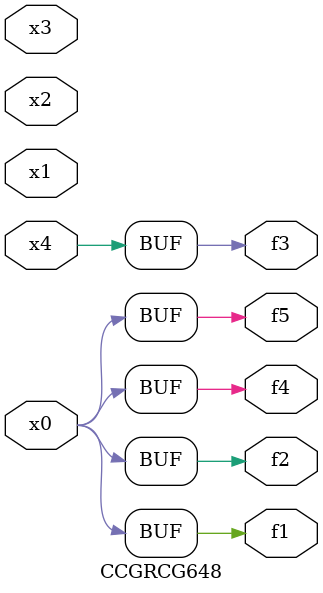
<source format=v>
module CCGRCG648(
	input x0, x1, x2, x3, x4,
	output f1, f2, f3, f4, f5
);
	assign f1 = x0;
	assign f2 = x0;
	assign f3 = x4;
	assign f4 = x0;
	assign f5 = x0;
endmodule

</source>
